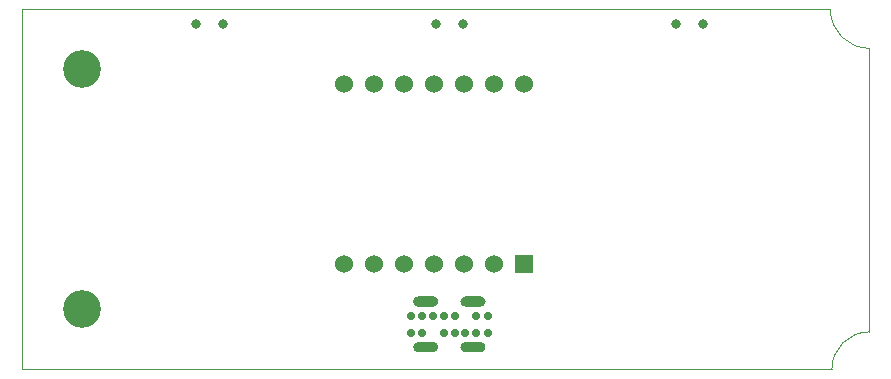
<source format=gbr>
%TF.GenerationSoftware,KiCad,Pcbnew,(5.1.9-0-10_14)*%
%TF.CreationDate,2021-04-26T08:01:11+02:00*%
%TF.ProjectId,wificlock,77696669-636c-46f6-936b-2e6b69636164,rev?*%
%TF.SameCoordinates,Original*%
%TF.FileFunction,Soldermask,Bot*%
%TF.FilePolarity,Negative*%
%FSLAX46Y46*%
G04 Gerber Fmt 4.6, Leading zero omitted, Abs format (unit mm)*
G04 Created by KiCad (PCBNEW (5.1.9-0-10_14)) date 2021-04-26 08:01:11*
%MOMM*%
%LPD*%
G01*
G04 APERTURE LIST*
%TA.AperFunction,Profile*%
%ADD10C,0.100000*%
%TD*%
%ADD11C,1.524000*%
%ADD12R,1.524000X1.524000*%
%ADD13C,0.700000*%
%ADD14C,0.800000*%
%ADD15C,3.200000*%
G04 APERTURE END LIST*
D10*
X160655000Y-143510000D02*
G75*
G02*
X163830000Y-140335000I3175000J0D01*
G01*
X163830000Y-116332000D02*
G75*
G02*
X160528000Y-113030000I0J3302000D01*
G01*
X92075000Y-113030000D02*
X160528000Y-113030000D01*
X92075000Y-143510000D02*
X92075000Y-113030000D01*
X160655000Y-143510000D02*
X92075000Y-143510000D01*
X163830000Y-116332000D02*
X163830000Y-140335000D01*
D11*
%TO.C,U5*%
X134620000Y-119380000D03*
X132080000Y-119380000D03*
X129540000Y-119380000D03*
X127000000Y-119380000D03*
X124460000Y-119380000D03*
X121920000Y-119380000D03*
X119380000Y-119380000D03*
X119380000Y-134620000D03*
X121920000Y-134620000D03*
X124460000Y-134620000D03*
X127000000Y-134620000D03*
X129540000Y-134620000D03*
X132080000Y-134620000D03*
D12*
X134620000Y-134620000D03*
%TD*%
D13*
%TO.C,J1*%
X125020000Y-139000000D03*
X125970000Y-139000000D03*
X126920000Y-139000000D03*
X127820000Y-139000000D03*
X125020000Y-140400000D03*
X125970000Y-140400000D03*
X128720000Y-140400000D03*
X129620000Y-140400000D03*
X130570000Y-140400000D03*
X131520000Y-140400000D03*
X130570000Y-139000000D03*
X131520000Y-139000000D03*
G36*
G01*
X125195000Y-137770000D02*
X125195000Y-137770000D01*
G75*
G02*
X125645000Y-137320000I450000J0D01*
G01*
X126895000Y-137320000D01*
G75*
G02*
X127345000Y-137770000I0J-450000D01*
G01*
X127345000Y-137770000D01*
G75*
G02*
X126895000Y-138220000I-450000J0D01*
G01*
X125645000Y-138220000D01*
G75*
G02*
X125195000Y-137770000I0J450000D01*
G01*
G37*
G36*
G01*
X129195000Y-137770000D02*
X129195000Y-137770000D01*
G75*
G02*
X129645000Y-137320000I450000J0D01*
G01*
X130895000Y-137320000D01*
G75*
G02*
X131345000Y-137770000I0J-450000D01*
G01*
X131345000Y-137770000D01*
G75*
G02*
X130895000Y-138220000I-450000J0D01*
G01*
X129645000Y-138220000D01*
G75*
G02*
X129195000Y-137770000I0J450000D01*
G01*
G37*
G36*
G01*
X129195000Y-141630000D02*
X129195000Y-141630000D01*
G75*
G02*
X129645000Y-141180000I450000J0D01*
G01*
X130895000Y-141180000D01*
G75*
G02*
X131345000Y-141630000I0J-450000D01*
G01*
X131345000Y-141630000D01*
G75*
G02*
X130895000Y-142080000I-450000J0D01*
G01*
X129645000Y-142080000D01*
G75*
G02*
X129195000Y-141630000I0J450000D01*
G01*
G37*
G36*
G01*
X125195000Y-141630000D02*
X125195000Y-141630000D01*
G75*
G02*
X125645000Y-141180000I450000J0D01*
G01*
X126895000Y-141180000D01*
G75*
G02*
X127345000Y-141630000I0J-450000D01*
G01*
X127345000Y-141630000D01*
G75*
G02*
X126895000Y-142080000I-450000J0D01*
G01*
X125645000Y-142080000D01*
G75*
G02*
X125195000Y-141630000I0J450000D01*
G01*
G37*
X127820000Y-140400000D03*
X128720000Y-139000000D03*
%TD*%
D14*
%TO.C,SW3*%
X149740000Y-114300000D03*
X147440000Y-114300000D03*
%TD*%
%TO.C,SW2*%
X129420000Y-114300000D03*
X127120000Y-114300000D03*
%TD*%
%TO.C,SW1*%
X109100000Y-114300000D03*
X106800000Y-114300000D03*
%TD*%
D15*
%TO.C,H2*%
X97155000Y-118110000D03*
%TD*%
%TO.C,H1*%
X97155000Y-138430000D03*
%TD*%
M02*

</source>
